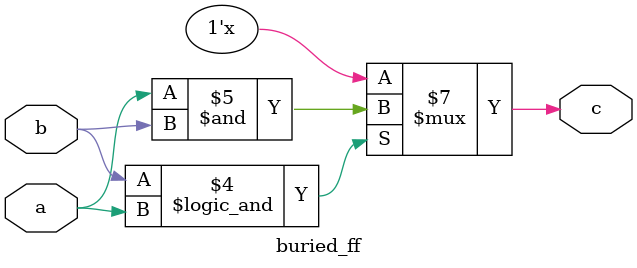
<source format=v>
module buried_ff(c,b,a);
output c;
input b,a;
reg c;

always @(a or b)
  begin
  if((b==1)&&(a==1))  c=a&b;
  end
endmodule

</source>
